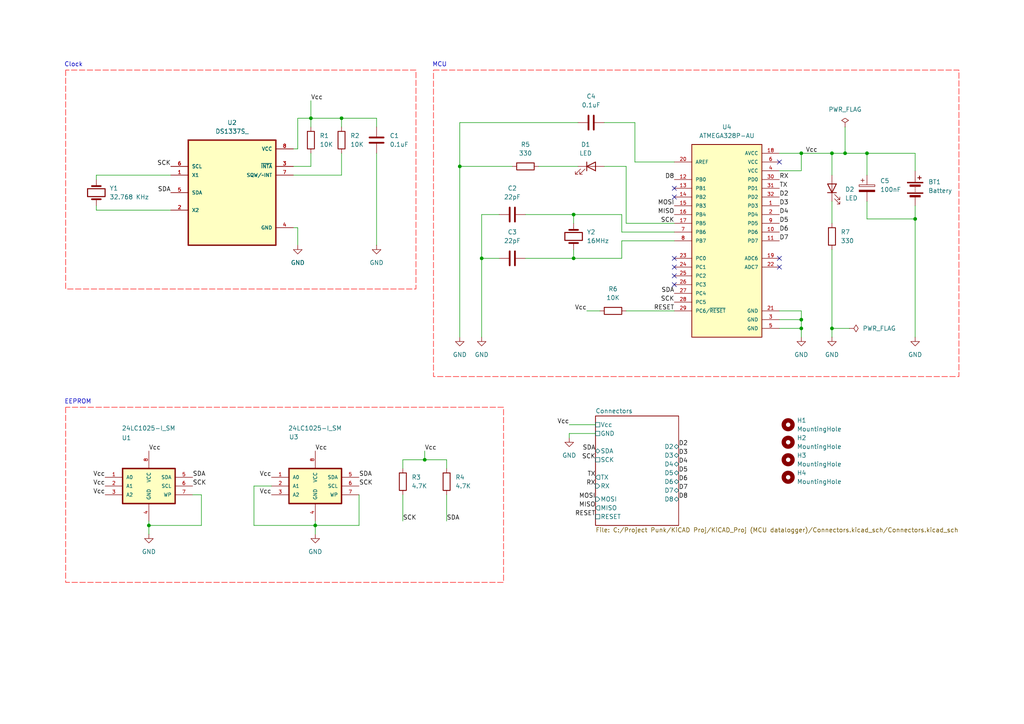
<source format=kicad_sch>
(kicad_sch (version 20250114) (generator "eeschema") (generator_version "9.0")
  (paper "A4")
  (lib_symbols
    (symbol "24LC1025-I_SM:24LC1025-I_SM" (pin_names (offset 1.016))
      (property "Reference" "U1" (at 0 19.558 0))
      (property "Value" "24LC1025-I_SM" (at 0 21.844 0))
      (symbol "24LC1025-I_SM_0_0"
        (rectangle (start -7.62 10.16) (end 7.62 0) (stroke (width 0.41)) (fill (type background)))
        (pin input line (at -12.7 7.62 0) (length 5.08) (name "A0") (number "1"))
        (pin input line (at -12.7 5.08 0) (length 5.08) (name "A1") (number "2"))
        (pin input line (at -12.7 2.54 0) (length 5.08) (name "A2") (number "3"))
        (pin bidirectional line (at 12.7 7.62 180) (length 5.08) (name "SDA") (number "5"))
        (pin input line (at 12.7 5.08 180) (length 5.08) (name "SCL") (number "6"))
        (pin input line (at 12.7 2.54 180) (length 5.08) (name "WP") (number "7"))
      )
      (symbol "24LC1025-I_SM_1_0"
        (pin power_in line (at 0 15.24 270) (length 5.08) (name "VCC") (number "8"))
        (pin power_in line (at 0 -5.08 90) (length 5.08) (name "GND") (number "4"))
      )
    )
    (symbol "ATMEGA328P-AU:ATMEGA328P-AU" (pin_names (offset 1.016))
      (property "Reference" "U1" (at 0 33.02 0))
      (property "Value" "ATMEGA328P-AU" (at 0 30.48 0))
      (symbol "ATMEGA328P-AU_0_0"
        (rectangle (start -10.16 -27.94) (end 10.16 27.94) (stroke (width 0.254)) (fill (type background)))
        (pin input line (at -15.24 22.86 0) (length 5.08) (name "AREF") (number "20"))
        (pin bidirectional line (at -15.24 17.78 0) (length 5.08) (name "PB0") (number "12"))
        (pin bidirectional line (at -15.24 15.24 0) (length 5.08) (name "PB1") (number "13"))
        (pin bidirectional line (at -15.24 12.7 0) (length 5.08) (name "PB2") (number "14"))
        (pin bidirectional line (at -15.24 10.16 0) (length 5.08) (name "PB3") (number "15"))
        (pin bidirectional line (at -15.24 7.62 0) (length 5.08) (name "PB4") (number "16"))
        (pin bidirectional line (at -15.24 5.08 0) (length 5.08) (name "PB5") (number "17"))
        (pin bidirectional line (at -15.24 2.54 0) (length 5.08) (name "PB6") (number "7"))
        (pin bidirectional line (at -15.24 0 0) (length 5.08) (name "PB7") (number "8"))
        (pin bidirectional line (at -15.24 -5.08 0) (length 5.08) (name "PC0") (number "23"))
        (pin bidirectional line (at -15.24 -7.62 0) (length 5.08) (name "PC1") (number "24"))
        (pin bidirectional line (at -15.24 -10.16 0) (length 5.08) (name "PC2") (number "25"))
        (pin bidirectional line (at -15.24 -12.7 0) (length 5.08) (name "PC3") (number "26"))
        (pin bidirectional line (at -15.24 -15.24 0) (length 5.08) (name "PC4") (number "27"))
        (pin bidirectional line (at -15.24 -17.78 0) (length 5.08) (name "PC5") (number "28"))
        (pin bidirectional line (at -15.24 -20.32 0) (length 5.08) (name "PC6/~{RESET}") (number "29"))
        (pin power_in line (at 15.24 25.4 180) (length 5.08) (name "AVCC") (number "18"))
        (pin power_in line (at 15.24 22.86 180) (length 5.08) (name "VCC") (number "6"))
        (pin power_in line (at 15.24 20.32 180) (length 5.08) (name "VCC") (number "4"))
        (pin bidirectional line (at 15.24 17.78 180) (length 5.08) (name "PD0") (number "30"))
        (pin bidirectional line (at 15.24 15.24 180) (length 5.08) (name "PD1") (number "31"))
        (pin bidirectional line (at 15.24 12.7 180) (length 5.08) (name "PD2") (number "32"))
        (pin bidirectional line (at 15.24 10.16 180) (length 5.08) (name "PD3") (number "1"))
        (pin bidirectional line (at 15.24 7.62 180) (length 5.08) (name "PD4") (number "2"))
        (pin bidirectional line (at 15.24 5.08 180) (length 5.08) (name "PD5") (number "9"))
        (pin bidirectional line (at 15.24 2.54 180) (length 5.08) (name "PD6") (number "10"))
        (pin bidirectional line (at 15.24 0 180) (length 5.08) (name "PD7") (number "11"))
        (pin bidirectional line (at 15.24 -5.08 180) (length 5.08) (name "ADC6") (number "19"))
        (pin bidirectional line (at 15.24 -7.62 180) (length 5.08) (name "ADC7") (number "22"))
        (pin power_in line (at 15.24 -20.32 180) (length 5.08) (name "GND") (number "21"))
        (pin power_in line (at 15.24 -22.86 180) (length 5.08) (name "GND") (number "3"))
        (pin power_in line (at 15.24 -25.4 180) (length 5.08) (name "GND") (number "5"))
      )
    )
    (symbol "DS1337S_:DS1337S_" (pin_names (offset 1.016))
      (property "Reference" "U" (at -12.7 16.24 0))
      (property "Value" "DS1337S_" (at -12.7 -19.24 0))
      (symbol "DS1337S__0_0"
        (rectangle (start -12.7 -15.24) (end 12.7 15.24) (stroke (width 0.41)) (fill (type background)))
        (pin input line (at -17.78 7.62 0) (length 5.08) (name "SCL") (number "6"))
        (pin input line (at -17.78 5.08 0) (length 5.08) (name "X1") (number "1"))
        (pin bidirectional line (at -17.78 0 0) (length 5.08) (name "SDA") (number "5"))
        (pin bidirectional line (at -17.78 -5.08 0) (length 5.08) (name "X2") (number "2"))
        (pin power_in line (at 17.78 12.7 180) (length 5.08) (name "VCC") (number "8"))
        (pin output line (at 17.78 7.62 180) (length 5.08) (name "~{INTA}") (number "3"))
        (pin output line (at 17.78 5.08 180) (length 5.08) (name "SQW/~INT") (number "7"))
        (pin power_in line (at 17.78 -10.16 180) (length 5.08) (name "GND") (number "4"))
      )
    )
    (symbol "Device:Battery" (pin_numbers (hide yes)) (pin_names (offset 0) (hide yes))
      (property "Reference" "BT" (at 2.54 2.54 0))
      (property "Value" "Battery" (at 2.54 0 0))
      (symbol "Battery_0_1"
        (rectangle (start -2.286 1.778) (end 2.286 1.524) (fill (type outline)))
        (rectangle (start -2.286 -1.27) (end 2.286 -1.524) (fill (type outline)))
        (rectangle (start -1.524 1.016) (end 1.524 0.508) (fill (type outline)))
        (rectangle (start -1.524 -2.032) (end 1.524 -2.54) (fill (type outline)))
        (polyline (pts (xy 0 1.778) (xy 0 2.54)))
        (polyline (pts (xy 0 0) (xy 0 0.254)))
        (polyline (pts (xy 0 -0.508) (xy 0 -0.254)))
        (polyline (pts (xy 0 -1.016) (xy 0 -0.762)))
        (polyline (pts (xy 0.762 3.048) (xy 1.778 3.048)) (stroke (width 0.254)))
        (polyline (pts (xy 1.27 3.556) (xy 1.27 2.54)) (stroke (width 0.254)))
      )
      (symbol "Battery_1_1"
        (pin passive line (at 0 5.08 270) (length 2.54) (name "+") (number "1"))
        (pin passive line (at 0 -5.08 90) (length 2.54) (name "-") (number "2"))
      )
    )
    (symbol "Device:C" (pin_numbers (hide yes)) (pin_names (offset 0.254))
      (property "Reference" "C" (at 0.635 2.54 0))
      (property "Value" "C" (at 0.635 -2.54 0))
      (symbol "C_0_1"
        (polyline (pts (xy -2.032 0.762) (xy 2.032 0.762)) (stroke (width 0.508)))
        (polyline (pts (xy -2.032 -0.762) (xy 2.032 -0.762)) (stroke (width 0.508)))
      )
      (symbol "C_1_1"
        (pin passive line (at 0 3.81 270) (length 2.794) (name "~") (number "1"))
        (pin passive line (at 0 -3.81 90) (length 2.794) (name "~") (number "2"))
      )
    )
    (symbol "Device:C_Polarized" (pin_numbers (hide yes)) (pin_names (offset 0.254))
      (property "Reference" "C" (at 0.635 2.54 0))
      (property "Value" "C_Polarized" (at 0.635 -2.54 0))
      (symbol "C_Polarized_0_1"
        (rectangle (start -2.286 0.508) (end 2.286 1.016))
        (polyline (pts (xy -1.778 2.286) (xy -0.762 2.286)))
        (polyline (pts (xy -1.27 2.794) (xy -1.27 1.778)))
        (rectangle (start 2.286 -0.508) (end -2.286 -1.016) (fill (type outline)))
      )
      (symbol "C_Polarized_1_1"
        (pin passive line (at 0 3.81 270) (length 2.794) (name "~") (number "1"))
        (pin passive line (at 0 -3.81 90) (length 2.794) (name "~") (number "2"))
      )
    )
    (symbol "Device:Crystal" (pin_numbers (hide yes)) (pin_names (offset 1.016) (hide yes))
      (property "Reference" "Y" (at 0 3.81 0))
      (property "Value" "Crystal" (at 0 -3.81 0))
      (symbol "Crystal_0_1"
        (polyline (pts (xy -2.54 0) (xy -1.905 0)))
        (polyline (pts (xy -1.905 -1.27) (xy -1.905 1.27)) (stroke (width 0.508)))
        (rectangle (start -1.143 2.54) (end 1.143 -2.54) (stroke (width 0.3048)))
        (polyline (pts (xy 1.905 -1.27) (xy 1.905 1.27)) (stroke (width 0.508)))
        (polyline (pts (xy 2.54 0) (xy 1.905 0)))
      )
      (symbol "Crystal_1_1"
        (pin passive line (at -3.81 0 0) (length 1.27) (name "1") (number "1"))
        (pin passive line (at 3.81 0 180) (length 1.27) (name "2") (number "2"))
      )
    )
    (symbol "Device:LED" (pin_numbers (hide yes)) (pin_names (offset 1.016) (hide yes))
      (property "Reference" "D" (at 0 2.54 0))
      (property "Value" "LED" (at 0 -2.54 0))
      (symbol "LED_0_1"
        (polyline (pts (xy -3.048 -0.762) (xy -4.572 -2.286) (xy -3.81 -2.286) (xy -4.572 -2.286) (xy -4.572 -1.524)))
        (polyline (pts (xy -1.778 -0.762) (xy -3.302 -2.286) (xy -2.54 -2.286) (xy -3.302 -2.286) (xy -3.302 -1.524)))
        (polyline (pts (xy -1.27 0) (xy 1.27 0)))
        (polyline (pts (xy -1.27 -1.27) (xy -1.27 1.27)) (stroke (width 0.254)))
        (polyline (pts (xy 1.27 -1.27) (xy 1.27 1.27) (xy -1.27 0) (xy 1.27 -1.27)) (stroke (width 0.254)))
      )
      (symbol "LED_1_1"
        (pin passive line (at -3.81 0 0) (length 2.54) (name "K") (number "1"))
        (pin passive line (at 3.81 0 180) (length 2.54) (name "A") (number "2"))
      )
    )
    (symbol "Device:R" (pin_numbers (hide yes)) (pin_names (offset 0))
      (property "Reference" "R" (at 2.032 0 90))
      (property "Value" "R" (at 0 0 90))
      (symbol "R_0_1"
        (rectangle (start -1.016 -2.54) (end 1.016 2.54) (stroke (width 0.254)))
      )
      (symbol "R_1_1"
        (pin passive line (at 0 3.81 270) (length 1.27) (name "~") (number "1"))
        (pin passive line (at 0 -3.81 90) (length 1.27) (name "~") (number "2"))
      )
    )
    (symbol "Mechanical:MountingHole" (pin_names (offset 1.016)) (in_bom no)
      (property "Reference" "H" (at 0 5.08 0))
      (property "Value" "MountingHole" (at 0 3.175 0))
      (symbol "MountingHole_0_1"
        (circle (center 0 0) (radius 1.27) (stroke (width 1.27)))
      )
    )
    (symbol "power:GND" (power) (pin_numbers (hide yes)) (pin_names (offset 0) (hide yes))
      (property "Value" "GND" (at 0 -3.81 0))
      (symbol "GND_0_1"
        (polyline (pts (xy 0 0) (xy 0 -1.27) (xy 1.27 -1.27) (xy 0 -2.54) (xy -1.27 -1.27) (xy 0 -1.27)))
      )
      (symbol "GND_1_1"
        (pin power_in line (at 0 0 270) (length 0) (name "~") (number "1"))
      )
    )
    (symbol "power:PWR_FLAG" (power) (pin_numbers (hide yes)) (pin_names (offset 0) (hide yes))
      (property "Value" "PWR_FLAG" (at 0 3.81 0))
      (symbol "PWR_FLAG_0_0"
        (pin power_out line (at 0 0 90) (length 0) (name "~") (number "1"))
      )
      (symbol "PWR_FLAG_0_1"
        (polyline (pts (xy 0 0) (xy 0 1.27) (xy -1.016 1.905) (xy 0 2.54) (xy 1.016 1.905) (xy 0 1.27)))
      )
    )
  )
  (text "EEPROM" (at 22.606 116.586 0) (effects (font (size 1.27 1.27))))
  (text "MCU" (at 127.508 18.796 0) (effects (font (size 1.27 1.27))))
  (text "Clock" (at 21.336 18.796 0) (effects (font (size 1.27 1.27))))
  (junction (at 232.41 92.71))
  (junction (at 241.3 95.25))
  (junction (at 251.46 44.45))
  (junction (at 139.7 74.93))
  (junction (at 90.17 34.29))
  (junction (at 241.3 44.45))
  (junction (at 166.37 74.93))
  (junction (at 232.41 44.45))
  (junction (at 91.44 152.4))
  (junction (at 265.43 63.5))
  (junction (at 123.19 133.35))
  (junction (at 166.37 62.23))
  (junction (at 99.06 34.29))
  (junction (at 133.35 48.26))
  (junction (at 43.18 152.4))
  (junction (at 245.11 44.45))
  (junction (at 232.41 95.25))
  (no_connect (at 195.58 82.55))
  (no_connect (at 226.06 46.99))
  (no_connect (at 195.58 74.93))
  (no_connect (at 195.58 54.61))
  (no_connect (at 226.06 74.93))
  (no_connect (at 195.58 57.15))
  (no_connect (at 195.58 77.47))
  (no_connect (at 226.06 77.47))
  (no_connect (at 195.58 80.01))
  (wire (pts (xy 133.35 35.56) (xy 133.35 48.26)))
  (wire (pts (xy 90.17 29.21) (xy 90.17 34.29)))
  (wire (pts (xy 78.74 140.97) (xy 73.66 140.97)))
  (wire (pts (xy 245.11 36.83) (xy 245.11 44.45)))
  (wire (pts (xy 139.7 62.23) (xy 139.7 74.93)))
  (wire (pts (xy 166.37 72.39) (xy 166.37 74.93)))
  (wire (pts (xy 27.94 50.8) (xy 27.94 52.07)))
  (wire (pts (xy 181.61 64.77) (xy 181.61 48.26)))
  (wire (pts (xy 144.78 74.93) (xy 139.7 74.93)))
  (wire (pts (xy 123.19 133.35) (xy 129.54 133.35)))
  (wire (pts (xy 241.3 72.39) (xy 241.3 95.25)))
  (wire (pts (xy 245.11 44.45) (xy 251.46 44.45)))
  (wire (pts (xy 116.84 133.35) (xy 116.84 135.89)))
  (wire (pts (xy 184.15 46.99) (xy 184.15 35.56)))
  (wire (pts (xy 116.84 133.35) (xy 123.19 133.35)))
  (wire (pts (xy 226.06 49.53) (xy 232.41 49.53)))
  (wire (pts (xy 226.06 44.45) (xy 232.41 44.45)))
  (wire (pts (xy 241.3 44.45) (xy 241.3 50.8)))
  (wire (pts (xy 86.36 34.29) (xy 90.17 34.29)))
  (wire (pts (xy 99.06 34.29) (xy 109.22 34.29)))
  (wire (pts (xy 251.46 44.45) (xy 265.43 44.45)))
  (wire (pts (xy 195.58 46.99) (xy 184.15 46.99)))
  (wire (pts (xy 91.44 152.4) (xy 91.44 154.94)))
  (wire (pts (xy 226.06 90.17) (xy 232.41 90.17)))
  (wire (pts (xy 86.36 66.04) (xy 85.09 66.04)))
  (wire (pts (xy 43.18 152.4) (xy 43.18 154.94)))
  (wire (pts (xy 172.72 125.73) (xy 165.1 125.73)))
  (wire (pts (xy 91.44 152.4) (xy 104.14 152.4)))
  (wire (pts (xy 265.43 63.5) (xy 265.43 97.79)))
  (wire (pts (xy 181.61 90.17) (xy 195.58 90.17)))
  (wire (pts (xy 166.37 62.23) (xy 152.4 62.23)))
  (wire (pts (xy 90.17 34.29) (xy 99.06 34.29)))
  (wire (pts (xy 73.66 152.4) (xy 91.44 152.4)))
  (wire (pts (xy 99.06 50.8) (xy 99.06 44.45)))
  (wire (pts (xy 166.37 62.23) (xy 166.37 64.77)))
  (wire (pts (xy 232.41 95.25) (xy 232.41 97.79)))
  (wire (pts (xy 226.06 92.71) (xy 232.41 92.71)))
  (wire (pts (xy 166.37 74.93) (xy 152.4 74.93)))
  (wire (pts (xy 195.58 64.77) (xy 181.61 64.77)))
  (wire (pts (xy 85.09 48.26) (xy 90.17 48.26)))
  (wire (pts (xy 265.43 59.69) (xy 265.43 63.5)))
  (wire (pts (xy 195.58 69.85) (xy 180.34 69.85)))
  (wire (pts (xy 27.94 60.96) (xy 49.53 60.96)))
  (wire (pts (xy 55.88 143.51) (xy 58.42 143.51)))
  (wire (pts (xy 86.36 66.04) (xy 86.36 71.12)))
  (wire (pts (xy 165.1 125.73) (xy 165.1 127)))
  (wire (pts (xy 116.84 143.51) (xy 116.84 151.13)))
  (wire (pts (xy 99.06 34.29) (xy 99.06 36.83)))
  (wire (pts (xy 180.34 69.85) (xy 180.34 74.93)))
  (wire (pts (xy 181.61 48.26) (xy 175.26 48.26)))
  (wire (pts (xy 129.54 135.89) (xy 129.54 133.35)))
  (wire (pts (xy 232.41 90.17) (xy 232.41 92.71)))
  (wire (pts (xy 156.21 48.26) (xy 167.64 48.26)))
  (wire (pts (xy 180.34 62.23) (xy 166.37 62.23)))
  (wire (pts (xy 73.66 140.97) (xy 73.66 152.4)))
  (wire (pts (xy 251.46 44.45) (xy 251.46 50.8)))
  (wire (pts (xy 167.64 35.56) (xy 133.35 35.56)))
  (wire (pts (xy 133.35 48.26) (xy 133.35 97.79)))
  (wire (pts (xy 90.17 34.29) (xy 90.17 36.83)))
  (wire (pts (xy 86.36 43.18) (xy 85.09 43.18)))
  (wire (pts (xy 139.7 74.93) (xy 139.7 97.79)))
  (wire (pts (xy 180.34 67.31) (xy 180.34 62.23)))
  (wire (pts (xy 232.41 44.45) (xy 232.41 49.53)))
  (wire (pts (xy 43.18 151.13) (xy 43.18 152.4)))
  (wire (pts (xy 85.09 50.8) (xy 99.06 50.8)))
  (wire (pts (xy 86.36 43.18) (xy 86.36 34.29)))
  (wire (pts (xy 58.42 143.51) (xy 58.42 152.4)))
  (wire (pts (xy 109.22 34.29) (xy 109.22 36.83)))
  (wire (pts (xy 241.3 58.42) (xy 241.3 64.77)))
  (wire (pts (xy 195.58 67.31) (xy 180.34 67.31)))
  (wire (pts (xy 232.41 92.71) (xy 232.41 95.25)))
  (wire (pts (xy 241.3 44.45) (xy 245.11 44.45)))
  (wire (pts (xy 241.3 95.25) (xy 246.38 95.25)))
  (wire (pts (xy 91.44 151.13) (xy 91.44 152.4)))
  (wire (pts (xy 226.06 95.25) (xy 232.41 95.25)))
  (wire (pts (xy 49.53 50.8) (xy 27.94 50.8)))
  (wire (pts (xy 123.19 130.81) (xy 123.19 133.35)))
  (wire (pts (xy 104.14 152.4) (xy 104.14 143.51)))
  (wire (pts (xy 144.78 62.23) (xy 139.7 62.23)))
  (wire (pts (xy 90.17 48.26) (xy 90.17 44.45)))
  (wire (pts (xy 232.41 44.45) (xy 241.3 44.45)))
  (wire (pts (xy 133.35 48.26) (xy 148.59 48.26)))
  (wire (pts (xy 109.22 44.45) (xy 109.22 71.12)))
  (wire (pts (xy 251.46 63.5) (xy 265.43 63.5)))
  (wire (pts (xy 165.1 123.19) (xy 172.72 123.19)))
  (wire (pts (xy 241.3 95.25) (xy 241.3 97.79)))
  (wire (pts (xy 184.15 35.56) (xy 175.26 35.56)))
  (wire (pts (xy 251.46 58.42) (xy 251.46 63.5)))
  (wire (pts (xy 180.34 74.93) (xy 166.37 74.93)))
  (wire (pts (xy 43.18 152.4) (xy 58.42 152.4)))
  (wire (pts (xy 27.94 59.69) (xy 27.94 60.96)))
  (wire (pts (xy 129.54 143.51) (xy 129.54 151.13)))
  (wire (pts (xy 265.43 44.45) (xy 265.43 49.53)))
  (wire (pts (xy 170.18 90.17) (xy 173.99 90.17)))
  (label "RESET" (at 172.72 149.86 180))
  (label "SDA" (at 49.53 55.88 180))
  (label "Vcc" (at 78.74 138.43 180))
  (label "TX" (at 226.06 54.61 0))
  (label "RX" (at 172.72 140.97 180))
  (label "D4" (at 196.85 134.62 0))
  (label "RX" (at 226.06 52.07 0))
  (label "SCK" (at 172.72 133.35 180))
  (label "SCK" (at 104.14 140.97 0))
  (label "MOSI" (at 195.58 59.69 180))
  (label "Vcc" (at 123.19 130.81 0))
  (label "Vcc" (at 170.18 90.17 180))
  (label "MOSI" (at 172.72 144.78 180))
  (label "SDA" (at 129.54 151.13 0))
  (label "D2" (at 226.06 57.15 0))
  (label "Vcc" (at 30.48 140.97 180))
  (label "D2" (at 196.85 129.54 0))
  (label "SDA" (at 172.72 130.81 180))
  (label "MISO" (at 195.58 62.23 180))
  (label "D5" (at 196.85 137.16 0))
  (label "SCK" (at 49.53 48.26 180))
  (label "SCK" (at 55.88 140.97 0))
  (label "D6" (at 226.06 67.31 0))
  (label "D4" (at 226.06 62.23 0))
  (label "D6" (at 196.85 139.7 0))
  (label "SCK" (at 195.58 87.63 180))
  (label "D7" (at 196.85 142.24 0))
  (label "Vcc" (at 30.48 138.43 180))
  (label "Vcc" (at 233.68 44.45 0))
  (label "SCK" (at 116.84 151.13 0))
  (label "Vcc" (at 90.17 29.21 0))
  (label "D8" (at 196.85 144.78 0))
  (label "D8" (at 195.58 52.07 180))
  (label "MISO" (at 172.72 147.32 180))
  (label "Vcc" (at 30.48 143.51 180))
  (label "TX" (at 172.72 138.43 180))
  (label "SDA" (at 195.58 85.09 180))
  (label "Vcc" (at 91.44 130.81 0))
  (label "D5" (at 226.06 64.77 0))
  (label "D3" (at 226.06 59.69 0))
  (label "SDA" (at 104.14 138.43 0))
  (label "SCK" (at 195.58 64.77 180))
  (label "RESET" (at 195.58 90.17 180))
  (label "D7" (at 226.06 69.85 0))
  (label "Vcc" (at 78.74 143.51 180))
  (label "SDA" (at 55.88 138.43 0))
  (label "Vcc" (at 43.18 130.81 0))
  (label "D3" (at 196.85 132.08 0))
  (label "Vcc" (at 165.1 123.19 180))
  (rule_area (polyline (pts (xy 19.05 118.11) (xy 19.05 168.91) (xy 146.05 168.91) (xy 146.05 118.11)) (stroke (width 0) (type dash))))
  (rule_area (polyline (pts (xy 19.05 20.32) (xy 19.05 83.82) (xy 120.65 83.82) (xy 120.65 20.32)) (stroke (width 0) (type dash))))
  (rule_area (polyline (pts (xy 125.73 20.32) (xy 278.13 20.32) (xy 278.13 109.22) (xy 125.73 109.22)) (stroke (width 0) (type dash))))
  (symbol (lib_id "power:GND") (at 139.7 97.79 0) (unit 1)
    (property "Reference" "#PWR08" (effects (hide yes)))
    (property "Value" "GND" (at 139.7 102.87 0))
    (property "Description" "Power symbol creates a global label with name \"GND\" , ground" (effects (hide yes)))
  )
  (symbol (lib_id "Mechanical:MountingHole") (at 228.6 133.35 0) (unit 1) (in_bom no)
    (property "Reference" "H3" (at 231.14 132.0799 0) (effects (justify left)))
    (property "Value" "MountingHole" (at 231.14 134.6199 0) (effects (justify left)))
    (property "Description" "Mounting Hole without connection" (effects (hide yes)))
  )
  (symbol (lib_id "Mechanical:MountingHole") (at 228.6 138.43 0) (unit 1) (in_bom no)
    (property "Reference" "H4" (at 231.14 137.1599 0) (effects (justify left)))
    (property "Value" "MountingHole" (at 231.14 139.6999 0) (effects (justify left)))
    (property "Description" "Mounting Hole without connection" (effects (hide yes)))
  )
  (symbol (lib_id "Device:C") (at 148.59 74.93 90) (unit 1)
    (property "Reference" "C3" (at 148.59 67.31 90))
    (property "Value" "22pF" (at 148.59 69.85 90))
    (property "Description" "Unpolarized capacitor" (effects (hide yes)))
  )
  (symbol (lib_id "Device:C") (at 171.45 35.56 90) (unit 1)
    (property "Reference" "C4" (at 171.45 27.94 90))
    (property "Value" "0.1uF" (at 171.45 30.48 90))
    (property "Description" "Unpolarized capacitor" (effects (hide yes)))
  )
  (symbol (lib_id "power:GND") (at 43.18 154.94 0) (unit 1)
    (property "Reference" "#PWR010" (effects (hide yes)))
    (property "Value" "GND" (at 43.18 160.02 0))
    (property "Description" "Power symbol creates a global label with name \"GND\" , ground" (effects (hide yes)))
  )
  (symbol (lib_id "Mechanical:MountingHole") (at 228.6 128.27 0) (unit 1) (in_bom no)
    (property "Reference" "H2" (at 231.14 126.9999 0) (effects (justify left)))
    (property "Value" "MountingHole" (at 231.14 129.5399 0) (effects (justify left)))
    (property "Description" "Mounting Hole without connection" (effects (hide yes)))
  )
  (symbol (lib_id "Mechanical:MountingHole") (at 228.6 123.19 0) (unit 1) (in_bom no)
    (property "Reference" "H1" (at 231.14 121.9199 0) (effects (justify left)))
    (property "Value" "MountingHole" (at 231.14 124.4599 0) (effects (justify left)))
    (property "Description" "Mounting Hole without connection" (effects (hide yes)))
  )
  (symbol (lib_id "ATMEGA328P-AU:ATMEGA328P-AU") (at 210.82 69.85 0) (unit 1)
    (property "Reference" "U4" (at 210.82 36.83 0))
    (property "Value" "ATMEGA328P-AU" (at 210.82 39.37 0))
    (property "Footprint" "ATMEGA328P-AU:QFP80P900X900X120-32N" (effects (hide yes)))
    (property "MF" "Microchip Technology" (effects (hide yes)))
    (property "MAXIMUM_PACKAGE_HEIGHT" "1.20mm" (effects (hide yes)))
    (property "Package" "TQFP-32 Microchip" (effects (hide yes)))
    (property "Price" "None" (effects (hide yes)))
    (property "Check_prices" "https://www.snapeda.com/parts/ATMEGA328P-AU/Microchip+Technology/view-part/?ref=eda" (effects (hide yes)))
    (property "STANDARD" "IPC-7351B" (effects (hide yes)))
    (property "PARTREV" "8271A" (effects (hide yes)))
    (property "SnapEDA_Link" "https://www.snapeda.com/parts/ATMEGA328P-AU/Microchip+Technology/view-part/?ref=snap" (effects (hide yes)))
    (property "MP" "ATMEGA328P-AU" (effects (hide yes)))
    (property "Description_1" "AVR AVR® ATmega Microcontroller IC 8-Bit 20MHz 32KB (16K x 16) FLASH 32-TQFP (7x7)" (effects (hide yes)))
    (property "Availability" "In Stock" (effects (hide yes)))
    (property "MANUFACTURER" "Microchip" (effects (hide yes)))
  )
  (symbol (lib_id "Device:R") (at 99.06 40.64 0) (unit 1)
    (property "Reference" "R2" (at 101.6 39.3699 0) (effects (justify left)))
    (property "Value" "10K" (at 101.6 41.9099 0) (effects (justify left)))
    (property "Description" "Resistor" (effects (hide yes)))
  )
  (symbol (lib_id "Device:Crystal") (at 27.94 55.88 90) (unit 1)
    (property "Reference" "Y1" (at 31.75 54.6099 90) (effects (justify right)))
    (property "Value" "32.768 KHz" (at 31.75 57.1499 90) (effects (justify right)))
    (property "Description" "Two pin crystal" (effects (hide yes)))
  )
  (symbol (lib_id "Device:Crystal") (at 166.37 68.58 90) (unit 1)
    (property "Reference" "Y2" (at 170.18 67.3099 90) (effects (justify right)))
    (property "Value" "16MHz" (at 170.18 69.8499 90) (effects (justify right)))
    (property "Description" "Two pin crystal" (effects (hide yes)))
  )
  (symbol (lib_id "power:PWR_FLAG") (at 246.38 95.25 270) (unit 1)
    (property "Reference" "#FLG01" (effects (hide yes)))
    (property "Value" "PWR_FLAG" (at 250.19 95.2499 90) (effects (justify left)))
    (property "Description" "Special symbol for telling ERC where power comes from" (effects (hide yes)))
  )
  (symbol (lib_id "power:GND") (at 232.41 97.79 0) (unit 1)
    (property "Reference" "#PWR04" (effects (hide yes)))
    (property "Value" "GND" (at 232.41 102.87 0))
    (property "Description" "Power symbol creates a global label with name \"GND\" , ground" (effects (hide yes)))
  )
  (symbol (lib_id "Device:Battery") (at 265.43 54.61 0) (unit 1)
    (property "Reference" "BT1" (at 269.24 52.7684 0) (effects (justify left)))
    (property "Value" "Battery" (at 269.24 55.3084 0) (effects (justify left)))
    (property "Footprint" "Connector_PinHeader_2.54mm:PinHeader_1x02_P2.54mm_Vertical" (effects (hide yes)))
    (property "Description" "Multiple-cell battery" (effects (hide yes)))
  )
  (symbol (lib_id "Device:R") (at 90.17 40.64 0) (unit 1)
    (property "Reference" "R1" (at 92.71 39.3699 0) (effects (justify left)))
    (property "Value" "10K" (at 92.71 41.9099 0) (effects (justify left)))
    (property "Description" "Resistor" (effects (hide yes)))
  )
  (symbol (lib_id "power:GND") (at 241.3 97.79 0) (unit 1)
    (property "Reference" "#PWR05" (effects (hide yes)))
    (property "Value" "GND" (at 241.3 102.87 0))
    (property "Description" "Power symbol creates a global label with name \"GND\" , ground" (effects (hide yes)))
  )
  (symbol (lib_id "24LC1025-I_SM:24LC1025-I_SM") (at 43.18 146.05 0) (unit 1)
    (property "Reference" "U1" (at 35.306 127 0) (effects (justify left)))
    (property "Value" "24LC1025-I_SM" (at 35.306 124.206 0) (effects (justify left)))
    (property "Footprint" "24LC1025-I_SM:SOIC127P794X202-8N" (effects (hide yes)))
    (property "MF" "Microchip Technology" (effects (hide yes)))
    (property "Description_1" "1024K, 128K X 8, 2.5V SER EE, 128 BYTE PAGE | Microchip Technology Inc. 24LC1025-I/SM" (effects (hide yes)))
    (property "Package" "SOIJ-8 Microchip" (effects (hide yes)))
    (property "Price" "None" (effects (hide yes)))
    (property "SnapEDA_Link" "https://www.snapeda.com/parts/24LC1025-I/SM/Microchip+Technology/view-part/?ref=snap" (effects (hide yes)))
    (property "MP" "24LC1025-I/SM" (effects (hide yes)))
    (property "Availability" "In Stock" (effects (hide yes)))
    (property "Check_prices" "https://www.snapeda.com/parts/24LC1025-I/SM/Microchip+Technology/view-part/?ref=eda" (effects (hide yes)))
  )
  (symbol (lib_id "Device:C") (at 109.22 40.64 0) (unit 1)
    (property "Reference" "C1" (at 113.03 39.3699 0) (effects (justify left)))
    (property "Value" "0.1uF" (at 113.03 41.9099 0) (effects (justify left)))
    (property "Description" "Unpolarized capacitor" (effects (hide yes)))
  )
  (symbol (lib_id "Device:C_Polarized") (at 251.46 54.61 0) (unit 1)
    (property "Reference" "C5" (at 255.27 52.4509 0) (effects (justify left)))
    (property "Value" "100nF" (at 255.27 54.9909 0) (effects (justify left)))
    (property "Description" "Polarized capacitor" (effects (hide yes)))
  )
  (symbol (lib_id "Device:R") (at 241.3 68.58 0) (unit 1)
    (property "Reference" "R7" (at 243.84 67.3099 0) (effects (justify left)))
    (property "Value" "330" (at 243.84 69.8499 0) (effects (justify left)))
    (property "Description" "Resistor" (effects (hide yes)))
  )
  (symbol (lib_id "Device:R") (at 177.8 90.17 90) (unit 1)
    (property "Reference" "R6" (at 177.8 83.82 90))
    (property "Value" "10K" (at 177.8 86.36 90))
    (property "Description" "Resistor" (effects (hide yes)))
  )
  (symbol (lib_id "Device:R") (at 152.4 48.26 90) (unit 1)
    (property "Reference" "R5" (at 152.4 41.91 90))
    (property "Value" "330" (at 152.4 44.45 90))
    (property "Description" "Resistor" (effects (hide yes)))
  )
  (symbol (lib_id "Device:R") (at 116.84 139.7 0) (unit 1)
    (property "Reference" "R3" (at 119.38 138.4299 0) (effects (justify left)))
    (property "Value" "4.7K" (at 119.38 140.9699 0) (effects (justify left)))
    (property "Description" "Resistor" (effects (hide yes)))
  )
  (symbol (lib_id "Device:LED") (at 171.45 48.26 0) (unit 1)
    (property "Reference" "D1" (at 169.8625 41.91 0))
    (property "Value" "LED" (at 169.8625 44.45 0))
    (property "Description" "Light emitting diode" (effects (hide yes)))
    (property "Sim.Pins" "1=K 2=A" (effects (hide yes)))
  )
  (symbol (lib_id "power:GND") (at 265.43 97.79 0) (unit 1)
    (property "Reference" "#PWR06" (effects (hide yes)))
    (property "Value" "GND" (at 265.43 102.87 0))
    (property "Description" "Power symbol creates a global label with name \"GND\" , ground" (effects (hide yes)))
  )
  (symbol (lib_id "power:PWR_FLAG") (at 245.11 36.83 0) (unit 1)
    (property "Reference" "#FLG02" (effects (hide yes)))
    (property "Value" "PWR_FLAG" (at 245.11 31.75 0))
    (property "Description" "Special symbol for telling ERC where power comes from" (effects (hide yes)))
  )
  (symbol (lib_id "power:GND") (at 109.22 71.12 0) (unit 1)
    (property "Reference" "#PWR02" (effects (hide yes)))
    (property "Value" "GND" (at 109.22 76.2 0))
    (property "Description" "Power symbol creates a global label with name \"GND\" , ground" (effects (hide yes)))
  )
  (symbol (lib_id "24LC1025-I_SM:24LC1025-I_SM") (at 91.44 146.05 0) (unit 1)
    (property "Reference" "U3" (at 83.82 126.746 0) (effects (justify left)))
    (property "Value" "24LC1025-I_SM" (at 83.566 124.206 0) (effects (justify left)))
    (property "Footprint" "24LC1025-I_SM:SOIC127P794X202-8N" (effects (hide yes)))
    (property "MF" "Microchip Technology" (effects (hide yes)))
    (property "Description_1" "1024K, 128K X 8, 2.5V SER EE, 128 BYTE PAGE | Microchip Technology Inc. 24LC1025-I/SM" (effects (hide yes)))
    (property "Package" "SOIJ-8 Microchip" (effects (hide yes)))
    (property "Price" "None" (effects (hide yes)))
    (property "SnapEDA_Link" "https://www.snapeda.com/parts/24LC1025-I/SM/Microchip+Technology/view-part/?ref=snap" (effects (hide yes)))
    (property "MP" "24LC1025-I/SM" (effects (hide yes)))
    (property "Availability" "In Stock" (effects (hide yes)))
    (property "Check_prices" "https://www.snapeda.com/parts/24LC1025-I/SM/Microchip+Technology/view-part/?ref=eda" (effects (hide yes)))
  )
  (symbol (lib_id "power:GND") (at 86.36 71.12 0) (unit 1)
    (property "Reference" "#PWR01" (effects (hide yes)))
    (property "Value" "GND" (at 86.36 76.2 0))
    (property "Description" "Power symbol creates a global label with name \"GND\" , ground" (effects (hide yes)))
  )
  (symbol (lib_id "Device:LED") (at 241.3 54.61 90) (unit 1)
    (property "Reference" "D2" (at 245.11 54.9274 90) (effects (justify right)))
    (property "Value" "LED" (at 245.11 57.4674 90) (effects (justify right)))
    (property "Description" "Light emitting diode" (effects (hide yes)))
    (property "Sim.Pins" "1=K 2=A" (effects (hide yes)))
  )
  (symbol (lib_id "power:GND") (at 91.44 154.94 0) (unit 1)
    (property "Reference" "#PWR011" (effects (hide yes)))
    (property "Value" "GND" (at 91.44 160.02 0))
    (property "Description" "Power symbol creates a global label with name \"GND\" , ground" (effects (hide yes)))
  )
  (symbol (lib_id "DS1337S_:DS1337S_") (at 67.31 55.88 0) (unit 1)
    (property "Reference" "U2" (at 67.31 35.56 0))
    (property "Value" "DS1337S_" (at 67.31 38.1 0))
    (property "Footprint" "DS1337S_:SOIC127P600X175-8N" (effects (hide yes)))
    (property "MF" "Analog Devices" (effects (hide yes)))
    (property "Description_1" "Real Time Clock (RTC) IC Clock/Calendar - I²C, 2-Wire Serial 8-SOIC (0.154, 3.90mm Width)" (effects (hide yes)))
    (property "Package" "SOIC-8 Maxim" (effects (hide yes)))
    (property "Price" "None" (effects (hide yes)))
    (property "SnapEDA_Link" "https://www.snapeda.com/parts/DS1337S/Analog+Devices/view-part/?ref=snap" (effects (hide yes)))
    (property "MP" "DS1337S" (effects (hide yes)))
    (property "Availability" "In Stock" (effects (hide yes)))
    (property "Check_prices" "https://www.snapeda.com/parts/DS1337S/Analog+Devices/view-part/?ref=eda" (effects (hide yes)))
  )
  (symbol (lib_id "Device:R") (at 129.54 139.7 0) (unit 1)
    (property "Reference" "R4" (at 132.08 138.4299 0) (effects (justify left)))
    (property "Value" "4.7K" (at 132.08 140.9699 0) (effects (justify left)))
    (property "Description" "Resistor" (effects (hide yes)))
  )
  (symbol (lib_id "Device:C") (at 148.59 62.23 90) (unit 1)
    (property "Reference" "C2" (at 148.59 54.61 90))
    (property "Value" "22pF" (at 148.59 57.15 90))
    (property "Description" "Unpolarized capacitor" (effects (hide yes)))
  )
  (symbol (lib_id "power:GND") (at 165.1 127 0) (unit 1)
    (property "Reference" "#PWR03" (effects (hide yes)))
    (property "Value" "GND" (at 165.1 132.08 0))
    (property "Description" "Power symbol creates a global label with name \"GND\" , ground" (effects (hide yes)))
  )
  (symbol (lib_id "power:GND") (at 133.35 97.79 0) (unit 1)
    (property "Reference" "#PWR07" (effects (hide yes)))
    (property "Value" "GND" (at 133.35 102.87 0))
    (property "Description" "Power symbol creates a global label with name \"GND\" , ground" (effects (hide yes)))
  )
  (sheet (at 172.72 120.65) (size 24.13 31.75) (stroke (width 0.1524))
    (property "Sheetname" "Connectors" (at 172.72 119.9384 0) (effects (justify left bottom)))
    (property "Sheetfile" "C:/Project Punk/KiCAD Proj/KiCAD_Proj (MCU datalogger)/Connectors.kicad_sch/Connectors.kicad_sch" (at 172.72 152.9846 0) (effects (justify left top)))
    (pin "Vcc" passive (at 172.72 123.19 180))
    (pin "GND" passive (at 172.72 125.73 180))
    (pin "SDA" tri_state (at 172.72 130.81 180))
    (pin "SCK" passive (at 172.72 133.35 180))
    (pin "TX" output (at 172.72 138.43 180))
    (pin "RX" input (at 172.72 140.97 180))
    (pin "MOSI" input (at 172.72 144.78 180))
    (pin "MISO" output (at 172.72 147.32 180))
    (pin "RESET" passive (at 172.72 149.86 180))
    (pin "D2" tri_state (at 196.85 129.54 0))
    (pin "D3" tri_state (at 196.85 132.08 0))
    (pin "D4" tri_state (at 196.85 134.62 0))
    (pin "D5" tri_state (at 196.85 137.16 0))
    (pin "D6" tri_state (at 196.85 139.7 0))
    (pin "D7" tri_state (at 196.85 142.24 0))
    (pin "D8" tri_state (at 196.85 144.78 0))
  )
)
</source>
